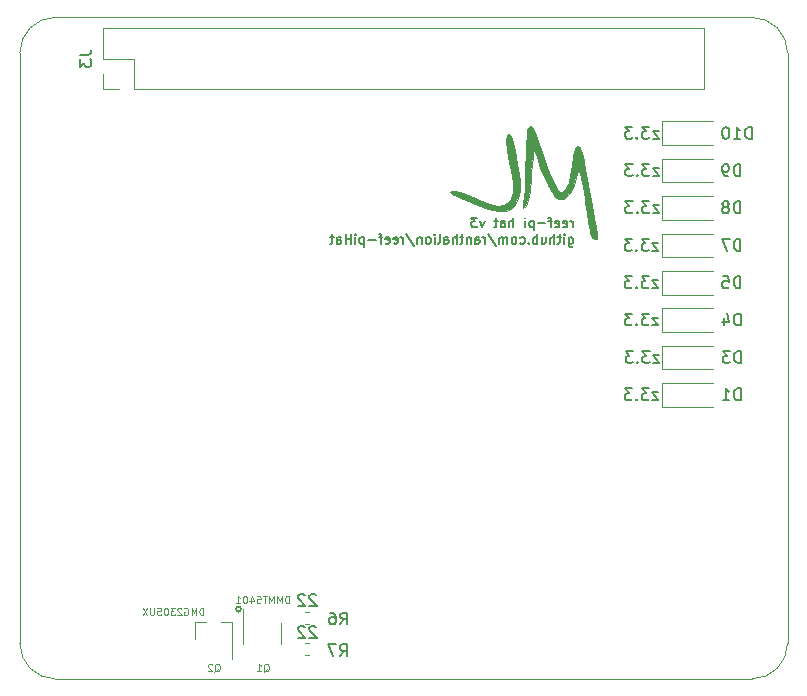
<source format=gbr>
%TF.GenerationSoftware,KiCad,Pcbnew,(5.0.1)-3*%
%TF.CreationDate,2019-03-06T13:22:50-05:00*%
%TF.ProjectId,reef-piHat,726565662D70694861742E6B69636164,rev?*%
%TF.SameCoordinates,Original*%
%TF.FileFunction,Legend,Bot*%
%TF.FilePolarity,Positive*%
%FSLAX46Y46*%
G04 Gerber Fmt 4.6, Leading zero omitted, Abs format (unit mm)*
G04 Created by KiCad (PCBNEW (5.0.1)-3) date 3/6/2019 1:22:50 PM*
%MOMM*%
%LPD*%
G01*
G04 APERTURE LIST*
%ADD10C,0.150000*%
%ADD11C,0.200000*%
%ADD12C,0.100000*%
%ADD13C,0.120000*%
%ADD14C,0.010000*%
%ADD15C,0.080000*%
G04 APERTURE END LIST*
D10*
X97269362Y-110911640D02*
G75*
G03X97269362Y-110911640I-208342J0D01*
G01*
D11*
X125358723Y-78559384D02*
X125358723Y-78026051D01*
X125358723Y-78178432D02*
X125320628Y-78102241D01*
X125282533Y-78064146D01*
X125206342Y-78026051D01*
X125130152Y-78026051D01*
X124558723Y-78521289D02*
X124634914Y-78559384D01*
X124787295Y-78559384D01*
X124863485Y-78521289D01*
X124901580Y-78445099D01*
X124901580Y-78140337D01*
X124863485Y-78064146D01*
X124787295Y-78026051D01*
X124634914Y-78026051D01*
X124558723Y-78064146D01*
X124520628Y-78140337D01*
X124520628Y-78216527D01*
X124901580Y-78292718D01*
X123873009Y-78521289D02*
X123949200Y-78559384D01*
X124101580Y-78559384D01*
X124177771Y-78521289D01*
X124215866Y-78445099D01*
X124215866Y-78140337D01*
X124177771Y-78064146D01*
X124101580Y-78026051D01*
X123949200Y-78026051D01*
X123873009Y-78064146D01*
X123834914Y-78140337D01*
X123834914Y-78216527D01*
X124215866Y-78292718D01*
X123606342Y-78026051D02*
X123301580Y-78026051D01*
X123492057Y-78559384D02*
X123492057Y-77873670D01*
X123453961Y-77797480D01*
X123377771Y-77759384D01*
X123301580Y-77759384D01*
X123034914Y-78254622D02*
X122425390Y-78254622D01*
X122044438Y-78026051D02*
X122044438Y-78826051D01*
X122044438Y-78064146D02*
X121968247Y-78026051D01*
X121815866Y-78026051D01*
X121739676Y-78064146D01*
X121701580Y-78102241D01*
X121663485Y-78178432D01*
X121663485Y-78407003D01*
X121701580Y-78483194D01*
X121739676Y-78521289D01*
X121815866Y-78559384D01*
X121968247Y-78559384D01*
X122044438Y-78521289D01*
X121320628Y-78559384D02*
X121320628Y-78026051D01*
X121320628Y-77759384D02*
X121358723Y-77797480D01*
X121320628Y-77835575D01*
X121282533Y-77797480D01*
X121320628Y-77759384D01*
X121320628Y-77835575D01*
X120330152Y-78559384D02*
X120330152Y-77759384D01*
X119987295Y-78559384D02*
X119987295Y-78140337D01*
X120025390Y-78064146D01*
X120101580Y-78026051D01*
X120215866Y-78026051D01*
X120292057Y-78064146D01*
X120330152Y-78102241D01*
X119263485Y-78559384D02*
X119263485Y-78140337D01*
X119301580Y-78064146D01*
X119377771Y-78026051D01*
X119530152Y-78026051D01*
X119606342Y-78064146D01*
X119263485Y-78521289D02*
X119339676Y-78559384D01*
X119530152Y-78559384D01*
X119606342Y-78521289D01*
X119644438Y-78445099D01*
X119644438Y-78368908D01*
X119606342Y-78292718D01*
X119530152Y-78254622D01*
X119339676Y-78254622D01*
X119263485Y-78216527D01*
X118996819Y-78026051D02*
X118692057Y-78026051D01*
X118882533Y-77759384D02*
X118882533Y-78445099D01*
X118844438Y-78521289D01*
X118768247Y-78559384D01*
X118692057Y-78559384D01*
X117892057Y-78026051D02*
X117701580Y-78559384D01*
X117511104Y-78026051D01*
X117282533Y-77759384D02*
X116787295Y-77759384D01*
X117053961Y-78064146D01*
X116939676Y-78064146D01*
X116863485Y-78102241D01*
X116825390Y-78140337D01*
X116787295Y-78216527D01*
X116787295Y-78407003D01*
X116825390Y-78483194D01*
X116863485Y-78521289D01*
X116939676Y-78559384D01*
X117168247Y-78559384D01*
X117244438Y-78521289D01*
X117282533Y-78483194D01*
X125015866Y-79426051D02*
X125015866Y-80073670D01*
X125053961Y-80149860D01*
X125092057Y-80187956D01*
X125168247Y-80226051D01*
X125282533Y-80226051D01*
X125358723Y-80187956D01*
X125015866Y-79921289D02*
X125092057Y-79959384D01*
X125244438Y-79959384D01*
X125320628Y-79921289D01*
X125358723Y-79883194D01*
X125396819Y-79807003D01*
X125396819Y-79578432D01*
X125358723Y-79502241D01*
X125320628Y-79464146D01*
X125244438Y-79426051D01*
X125092057Y-79426051D01*
X125015866Y-79464146D01*
X124634914Y-79959384D02*
X124634914Y-79426051D01*
X124634914Y-79159384D02*
X124673009Y-79197480D01*
X124634914Y-79235575D01*
X124596819Y-79197480D01*
X124634914Y-79159384D01*
X124634914Y-79235575D01*
X124368247Y-79426051D02*
X124063485Y-79426051D01*
X124253961Y-79159384D02*
X124253961Y-79845099D01*
X124215866Y-79921289D01*
X124139676Y-79959384D01*
X124063485Y-79959384D01*
X123796819Y-79959384D02*
X123796819Y-79159384D01*
X123453961Y-79959384D02*
X123453961Y-79540337D01*
X123492057Y-79464146D01*
X123568247Y-79426051D01*
X123682533Y-79426051D01*
X123758723Y-79464146D01*
X123796819Y-79502241D01*
X122730152Y-79426051D02*
X122730152Y-79959384D01*
X123073009Y-79426051D02*
X123073009Y-79845099D01*
X123034914Y-79921289D01*
X122958723Y-79959384D01*
X122844438Y-79959384D01*
X122768247Y-79921289D01*
X122730152Y-79883194D01*
X122349200Y-79959384D02*
X122349200Y-79159384D01*
X122349200Y-79464146D02*
X122273009Y-79426051D01*
X122120628Y-79426051D01*
X122044438Y-79464146D01*
X122006342Y-79502241D01*
X121968247Y-79578432D01*
X121968247Y-79807003D01*
X122006342Y-79883194D01*
X122044438Y-79921289D01*
X122120628Y-79959384D01*
X122273009Y-79959384D01*
X122349200Y-79921289D01*
X121625390Y-79883194D02*
X121587295Y-79921289D01*
X121625390Y-79959384D01*
X121663485Y-79921289D01*
X121625390Y-79883194D01*
X121625390Y-79959384D01*
X120901580Y-79921289D02*
X120977771Y-79959384D01*
X121130152Y-79959384D01*
X121206342Y-79921289D01*
X121244438Y-79883194D01*
X121282533Y-79807003D01*
X121282533Y-79578432D01*
X121244438Y-79502241D01*
X121206342Y-79464146D01*
X121130152Y-79426051D01*
X120977771Y-79426051D01*
X120901580Y-79464146D01*
X120444438Y-79959384D02*
X120520628Y-79921289D01*
X120558723Y-79883194D01*
X120596819Y-79807003D01*
X120596819Y-79578432D01*
X120558723Y-79502241D01*
X120520628Y-79464146D01*
X120444438Y-79426051D01*
X120330152Y-79426051D01*
X120253961Y-79464146D01*
X120215866Y-79502241D01*
X120177771Y-79578432D01*
X120177771Y-79807003D01*
X120215866Y-79883194D01*
X120253961Y-79921289D01*
X120330152Y-79959384D01*
X120444438Y-79959384D01*
X119834914Y-79959384D02*
X119834914Y-79426051D01*
X119834914Y-79502241D02*
X119796819Y-79464146D01*
X119720628Y-79426051D01*
X119606342Y-79426051D01*
X119530152Y-79464146D01*
X119492057Y-79540337D01*
X119492057Y-79959384D01*
X119492057Y-79540337D02*
X119453961Y-79464146D01*
X119377771Y-79426051D01*
X119263485Y-79426051D01*
X119187295Y-79464146D01*
X119149200Y-79540337D01*
X119149200Y-79959384D01*
X118196819Y-79121289D02*
X118882533Y-80149860D01*
X117930152Y-79959384D02*
X117930152Y-79426051D01*
X117930152Y-79578432D02*
X117892057Y-79502241D01*
X117853961Y-79464146D01*
X117777771Y-79426051D01*
X117701580Y-79426051D01*
X117092057Y-79959384D02*
X117092057Y-79540337D01*
X117130152Y-79464146D01*
X117206342Y-79426051D01*
X117358723Y-79426051D01*
X117434914Y-79464146D01*
X117092057Y-79921289D02*
X117168247Y-79959384D01*
X117358723Y-79959384D01*
X117434914Y-79921289D01*
X117473009Y-79845099D01*
X117473009Y-79768908D01*
X117434914Y-79692718D01*
X117358723Y-79654622D01*
X117168247Y-79654622D01*
X117092057Y-79616527D01*
X116711104Y-79426051D02*
X116711104Y-79959384D01*
X116711104Y-79502241D02*
X116673009Y-79464146D01*
X116596819Y-79426051D01*
X116482533Y-79426051D01*
X116406342Y-79464146D01*
X116368247Y-79540337D01*
X116368247Y-79959384D01*
X116101580Y-79426051D02*
X115796819Y-79426051D01*
X115987295Y-79159384D02*
X115987295Y-79845099D01*
X115949200Y-79921289D01*
X115873009Y-79959384D01*
X115796819Y-79959384D01*
X115530152Y-79959384D02*
X115530152Y-79159384D01*
X115187295Y-79959384D02*
X115187295Y-79540337D01*
X115225390Y-79464146D01*
X115301580Y-79426051D01*
X115415866Y-79426051D01*
X115492057Y-79464146D01*
X115530152Y-79502241D01*
X114463485Y-79959384D02*
X114463485Y-79540337D01*
X114501580Y-79464146D01*
X114577771Y-79426051D01*
X114730152Y-79426051D01*
X114806342Y-79464146D01*
X114463485Y-79921289D02*
X114539676Y-79959384D01*
X114730152Y-79959384D01*
X114806342Y-79921289D01*
X114844438Y-79845099D01*
X114844438Y-79768908D01*
X114806342Y-79692718D01*
X114730152Y-79654622D01*
X114539676Y-79654622D01*
X114463485Y-79616527D01*
X113968247Y-79959384D02*
X114044438Y-79921289D01*
X114082533Y-79845099D01*
X114082533Y-79159384D01*
X113663485Y-79959384D02*
X113663485Y-79426051D01*
X113663485Y-79159384D02*
X113701580Y-79197480D01*
X113663485Y-79235575D01*
X113625390Y-79197480D01*
X113663485Y-79159384D01*
X113663485Y-79235575D01*
X113168247Y-79959384D02*
X113244438Y-79921289D01*
X113282533Y-79883194D01*
X113320628Y-79807003D01*
X113320628Y-79578432D01*
X113282533Y-79502241D01*
X113244438Y-79464146D01*
X113168247Y-79426051D01*
X113053961Y-79426051D01*
X112977771Y-79464146D01*
X112939676Y-79502241D01*
X112901580Y-79578432D01*
X112901580Y-79807003D01*
X112939676Y-79883194D01*
X112977771Y-79921289D01*
X113053961Y-79959384D01*
X113168247Y-79959384D01*
X112558723Y-79426051D02*
X112558723Y-79959384D01*
X112558723Y-79502241D02*
X112520628Y-79464146D01*
X112444438Y-79426051D01*
X112330152Y-79426051D01*
X112253961Y-79464146D01*
X112215866Y-79540337D01*
X112215866Y-79959384D01*
X111263485Y-79121289D02*
X111949200Y-80149860D01*
X110996819Y-79959384D02*
X110996819Y-79426051D01*
X110996819Y-79578432D02*
X110958723Y-79502241D01*
X110920628Y-79464146D01*
X110844438Y-79426051D01*
X110768247Y-79426051D01*
X110196819Y-79921289D02*
X110273009Y-79959384D01*
X110425390Y-79959384D01*
X110501580Y-79921289D01*
X110539676Y-79845099D01*
X110539676Y-79540337D01*
X110501580Y-79464146D01*
X110425390Y-79426051D01*
X110273009Y-79426051D01*
X110196819Y-79464146D01*
X110158723Y-79540337D01*
X110158723Y-79616527D01*
X110539676Y-79692718D01*
X109511104Y-79921289D02*
X109587295Y-79959384D01*
X109739676Y-79959384D01*
X109815866Y-79921289D01*
X109853961Y-79845099D01*
X109853961Y-79540337D01*
X109815866Y-79464146D01*
X109739676Y-79426051D01*
X109587295Y-79426051D01*
X109511104Y-79464146D01*
X109473009Y-79540337D01*
X109473009Y-79616527D01*
X109853961Y-79692718D01*
X109244438Y-79426051D02*
X108939676Y-79426051D01*
X109130152Y-79959384D02*
X109130152Y-79273670D01*
X109092057Y-79197480D01*
X109015866Y-79159384D01*
X108939676Y-79159384D01*
X108673009Y-79654622D02*
X108063485Y-79654622D01*
X107682533Y-79426051D02*
X107682533Y-80226051D01*
X107682533Y-79464146D02*
X107606342Y-79426051D01*
X107453961Y-79426051D01*
X107377771Y-79464146D01*
X107339676Y-79502241D01*
X107301580Y-79578432D01*
X107301580Y-79807003D01*
X107339676Y-79883194D01*
X107377771Y-79921289D01*
X107453961Y-79959384D01*
X107606342Y-79959384D01*
X107682533Y-79921289D01*
X106958723Y-79959384D02*
X106958723Y-79426051D01*
X106958723Y-79159384D02*
X106996819Y-79197480D01*
X106958723Y-79235575D01*
X106920628Y-79197480D01*
X106958723Y-79159384D01*
X106958723Y-79235575D01*
X106577771Y-79959384D02*
X106577771Y-79159384D01*
X106577771Y-79540337D02*
X106120628Y-79540337D01*
X106120628Y-79959384D02*
X106120628Y-79159384D01*
X105396819Y-79959384D02*
X105396819Y-79540337D01*
X105434914Y-79464146D01*
X105511104Y-79426051D01*
X105663485Y-79426051D01*
X105739676Y-79464146D01*
X105396819Y-79921289D02*
X105473009Y-79959384D01*
X105663485Y-79959384D01*
X105739676Y-79921289D01*
X105777771Y-79845099D01*
X105777771Y-79768908D01*
X105739676Y-79692718D01*
X105663485Y-79654622D01*
X105473009Y-79654622D01*
X105396819Y-79616527D01*
X105130152Y-79426051D02*
X104825390Y-79426051D01*
X105015866Y-79159384D02*
X105015866Y-79845099D01*
X104977771Y-79921289D01*
X104901580Y-79959384D01*
X104825390Y-79959384D01*
D12*
X78546356Y-63817611D02*
X78546356Y-113817611D01*
X78546356Y-63817611D02*
G75*
G02X81546356Y-60817611I3000000J0D01*
G01*
X140546356Y-60817611D02*
X81546356Y-60817611D01*
X140546356Y-60817611D02*
G75*
G02X143546356Y-63817611I0J-3000000D01*
G01*
X143546356Y-113817611D02*
X143546356Y-63817611D01*
X81546356Y-116817611D02*
G75*
G02X78546356Y-113817611I0J3000000D01*
G01*
X81546356Y-116817611D02*
X140546356Y-116817611D01*
X143546351Y-113822847D02*
G75*
G02X140546356Y-116817611I-2999995J5236D01*
G01*
D13*
X100667500Y-112080460D02*
X100667500Y-113880460D01*
X97447500Y-113880460D02*
X97447500Y-110930460D01*
X85590000Y-61720000D02*
X85590000Y-64320000D01*
X85590000Y-61720000D02*
X136510000Y-61720000D01*
X136510000Y-61720000D02*
X136510000Y-66920000D01*
X88190000Y-66920000D02*
X136510000Y-66920000D01*
X88190000Y-64320000D02*
X88190000Y-66920000D01*
X85590000Y-64320000D02*
X88190000Y-64320000D01*
X85590000Y-66920000D02*
X86920000Y-66920000D01*
X85590000Y-65590000D02*
X85590000Y-66920000D01*
X93377900Y-111988060D02*
X94307900Y-111988060D01*
X96537900Y-111988060D02*
X95607900Y-111988060D01*
X96537900Y-111988060D02*
X96537900Y-115148060D01*
X93377900Y-111988060D02*
X93377900Y-113448060D01*
X102697433Y-111120460D02*
X103039967Y-111120460D01*
X102697433Y-112140460D02*
X103039967Y-112140460D01*
X102686033Y-114832860D02*
X103028567Y-114832860D01*
X102686033Y-113812860D02*
X103028567Y-113812860D01*
X132905720Y-91781120D02*
X137205720Y-91781120D01*
X132905720Y-93781120D02*
X132905720Y-91781120D01*
X137205720Y-93781120D02*
X132905720Y-93781120D01*
X132905720Y-88614826D02*
X137205720Y-88614826D01*
X132905720Y-90614826D02*
X132905720Y-88614826D01*
X137205720Y-90614826D02*
X132905720Y-90614826D01*
X137205720Y-87448535D02*
X132905720Y-87448535D01*
X132905720Y-87448535D02*
X132905720Y-85448535D01*
X132905720Y-85448535D02*
X137205720Y-85448535D01*
X137205720Y-84282244D02*
X132905720Y-84282244D01*
X132905720Y-84282244D02*
X132905720Y-82282244D01*
X132905720Y-82282244D02*
X137205720Y-82282244D01*
X132905720Y-79115953D02*
X137205720Y-79115953D01*
X132905720Y-81115953D02*
X132905720Y-79115953D01*
X137205720Y-81115953D02*
X132905720Y-81115953D01*
X137205720Y-77949662D02*
X132905720Y-77949662D01*
X132905720Y-77949662D02*
X132905720Y-75949662D01*
X132905720Y-75949662D02*
X137205720Y-75949662D01*
X132905720Y-72783371D02*
X137205720Y-72783371D01*
X132905720Y-74783371D02*
X132905720Y-72783371D01*
X137205720Y-74783371D02*
X132905720Y-74783371D01*
X137205720Y-71617080D02*
X132905720Y-71617080D01*
X132905720Y-71617080D02*
X132905720Y-69617080D01*
X132905720Y-69617080D02*
X137205720Y-69617080D01*
D14*
G36*
X119776105Y-70856706D02*
X119742641Y-71318579D01*
X119817248Y-72072558D01*
X119999025Y-73105708D01*
X120128919Y-73718862D01*
X120301509Y-74846292D01*
X120262543Y-75713910D01*
X120012260Y-76321058D01*
X119550904Y-76667079D01*
X119014255Y-76755503D01*
X118644250Y-76686799D01*
X118083284Y-76505098D01*
X117441723Y-76247016D01*
X117327511Y-76195873D01*
X116468360Y-75832022D01*
X115772984Y-75592557D01*
X115280320Y-75487680D01*
X115029306Y-75527591D01*
X115005278Y-75587504D01*
X115142338Y-75777216D01*
X115299649Y-75857314D01*
X115576354Y-75965044D01*
X116077505Y-76171740D01*
X116718942Y-76442423D01*
X117108221Y-76608988D01*
X118189623Y-77020388D01*
X119044374Y-77221202D01*
X119704203Y-77216300D01*
X120109450Y-77069633D01*
X120445447Y-76715333D01*
X120715460Y-76140015D01*
X120873175Y-75458511D01*
X120895428Y-75120840D01*
X120864373Y-74695472D01*
X120778209Y-74038453D01*
X120651007Y-73247367D01*
X120530844Y-72592258D01*
X120344594Y-71703242D01*
X120186264Y-71114305D01*
X120044828Y-70791365D01*
X119918541Y-70699874D01*
X119776105Y-70856706D01*
X119776105Y-70856706D01*
G37*
X119776105Y-70856706D02*
X119742641Y-71318579D01*
X119817248Y-72072558D01*
X119999025Y-73105708D01*
X120128919Y-73718862D01*
X120301509Y-74846292D01*
X120262543Y-75713910D01*
X120012260Y-76321058D01*
X119550904Y-76667079D01*
X119014255Y-76755503D01*
X118644250Y-76686799D01*
X118083284Y-76505098D01*
X117441723Y-76247016D01*
X117327511Y-76195873D01*
X116468360Y-75832022D01*
X115772984Y-75592557D01*
X115280320Y-75487680D01*
X115029306Y-75527591D01*
X115005278Y-75587504D01*
X115142338Y-75777216D01*
X115299649Y-75857314D01*
X115576354Y-75965044D01*
X116077505Y-76171740D01*
X116718942Y-76442423D01*
X117108221Y-76608988D01*
X118189623Y-77020388D01*
X119044374Y-77221202D01*
X119704203Y-77216300D01*
X120109450Y-77069633D01*
X120445447Y-76715333D01*
X120715460Y-76140015D01*
X120873175Y-75458511D01*
X120895428Y-75120840D01*
X120864373Y-74695472D01*
X120778209Y-74038453D01*
X120651007Y-73247367D01*
X120530844Y-72592258D01*
X120344594Y-71703242D01*
X120186264Y-71114305D01*
X120044828Y-70791365D01*
X119918541Y-70699874D01*
X119776105Y-70856706D01*
G36*
X121676919Y-70059801D02*
X121579656Y-70185463D01*
X121506158Y-70445016D01*
X121451110Y-70879465D01*
X121409199Y-71529814D01*
X121375111Y-72437068D01*
X121345484Y-73559477D01*
X121315875Y-74510792D01*
X121276268Y-75358542D01*
X121230662Y-76039182D01*
X121183054Y-76489165D01*
X121152303Y-76629344D01*
X121115420Y-76869499D01*
X121184122Y-76923715D01*
X121413038Y-76758935D01*
X121601345Y-76274186D01*
X121745680Y-75483853D01*
X121842683Y-74402324D01*
X121862103Y-74022060D01*
X121904651Y-73251730D01*
X121956603Y-72621778D01*
X122011338Y-72197855D01*
X122061469Y-72045569D01*
X122162834Y-72193609D01*
X122301380Y-72573724D01*
X122394799Y-72904000D01*
X122604621Y-73564918D01*
X122896229Y-74280819D01*
X123230287Y-74975307D01*
X123567457Y-75571985D01*
X123868402Y-75994457D01*
X124072116Y-76161491D01*
X124473825Y-76193607D01*
X124646015Y-76155554D01*
X124964824Y-75892581D01*
X125285528Y-75401620D01*
X125550487Y-74785797D01*
X125676520Y-74311724D01*
X125762799Y-73960202D01*
X125852256Y-73843758D01*
X125951316Y-73981022D01*
X126066404Y-74390624D01*
X126203947Y-75091194D01*
X126370367Y-76101362D01*
X126432315Y-76503185D01*
X126568386Y-77385633D01*
X126693079Y-78174300D01*
X126794701Y-78796629D01*
X126861557Y-79180061D01*
X126872864Y-79236629D01*
X127021460Y-79503255D01*
X127243784Y-79616618D01*
X127419883Y-79541972D01*
X127453596Y-79404841D01*
X127422776Y-79144935D01*
X127333636Y-78588050D01*
X127192060Y-77767443D01*
X127003935Y-76716376D01*
X126775147Y-75468108D01*
X126511581Y-74055899D01*
X126436847Y-73659425D01*
X126286952Y-72937207D01*
X126136871Y-72334902D01*
X126007965Y-71932747D01*
X125946485Y-71817505D01*
X125718856Y-71727967D01*
X125529436Y-71957860D01*
X125375900Y-72512414D01*
X125259133Y-73364744D01*
X125150392Y-74226360D01*
X125012626Y-74826679D01*
X124820860Y-75240803D01*
X124550116Y-75543832D01*
X124528352Y-75562168D01*
X124280275Y-75592444D01*
X123987601Y-75305120D01*
X123648438Y-74696682D01*
X123260894Y-73763614D01*
X122823075Y-72502401D01*
X122737720Y-72236924D01*
X122406363Y-71248480D01*
X122131745Y-70540591D01*
X121920972Y-70130061D01*
X121803260Y-70027026D01*
X121676919Y-70059801D01*
X121676919Y-70059801D01*
G37*
X121676919Y-70059801D02*
X121579656Y-70185463D01*
X121506158Y-70445016D01*
X121451110Y-70879465D01*
X121409199Y-71529814D01*
X121375111Y-72437068D01*
X121345484Y-73559477D01*
X121315875Y-74510792D01*
X121276268Y-75358542D01*
X121230662Y-76039182D01*
X121183054Y-76489165D01*
X121152303Y-76629344D01*
X121115420Y-76869499D01*
X121184122Y-76923715D01*
X121413038Y-76758935D01*
X121601345Y-76274186D01*
X121745680Y-75483853D01*
X121842683Y-74402324D01*
X121862103Y-74022060D01*
X121904651Y-73251730D01*
X121956603Y-72621778D01*
X122011338Y-72197855D01*
X122061469Y-72045569D01*
X122162834Y-72193609D01*
X122301380Y-72573724D01*
X122394799Y-72904000D01*
X122604621Y-73564918D01*
X122896229Y-74280819D01*
X123230287Y-74975307D01*
X123567457Y-75571985D01*
X123868402Y-75994457D01*
X124072116Y-76161491D01*
X124473825Y-76193607D01*
X124646015Y-76155554D01*
X124964824Y-75892581D01*
X125285528Y-75401620D01*
X125550487Y-74785797D01*
X125676520Y-74311724D01*
X125762799Y-73960202D01*
X125852256Y-73843758D01*
X125951316Y-73981022D01*
X126066404Y-74390624D01*
X126203947Y-75091194D01*
X126370367Y-76101362D01*
X126432315Y-76503185D01*
X126568386Y-77385633D01*
X126693079Y-78174300D01*
X126794701Y-78796629D01*
X126861557Y-79180061D01*
X126872864Y-79236629D01*
X127021460Y-79503255D01*
X127243784Y-79616618D01*
X127419883Y-79541972D01*
X127453596Y-79404841D01*
X127422776Y-79144935D01*
X127333636Y-78588050D01*
X127192060Y-77767443D01*
X127003935Y-76716376D01*
X126775147Y-75468108D01*
X126511581Y-74055899D01*
X126436847Y-73659425D01*
X126286952Y-72937207D01*
X126136871Y-72334902D01*
X126007965Y-71932747D01*
X125946485Y-71817505D01*
X125718856Y-71727967D01*
X125529436Y-71957860D01*
X125375900Y-72512414D01*
X125259133Y-73364744D01*
X125150392Y-74226360D01*
X125012626Y-74826679D01*
X124820860Y-75240803D01*
X124550116Y-75543832D01*
X124528352Y-75562168D01*
X124280275Y-75592444D01*
X123987601Y-75305120D01*
X123648438Y-74696682D01*
X123260894Y-73763614D01*
X122823075Y-72502401D01*
X122737720Y-72236924D01*
X122406363Y-71248480D01*
X122131745Y-70540591D01*
X121920972Y-70130061D01*
X121803260Y-70027026D01*
X121676919Y-70059801D01*
D15*
X99193342Y-116200831D02*
X99250485Y-116172260D01*
X99307628Y-116115117D01*
X99393342Y-116029402D01*
X99450485Y-116000831D01*
X99507628Y-116000831D01*
X99479057Y-116143688D02*
X99536200Y-116115117D01*
X99593342Y-116057974D01*
X99621914Y-115943688D01*
X99621914Y-115743688D01*
X99593342Y-115629402D01*
X99536200Y-115572260D01*
X99479057Y-115543688D01*
X99364771Y-115543688D01*
X99307628Y-115572260D01*
X99250485Y-115629402D01*
X99221914Y-115743688D01*
X99221914Y-115943688D01*
X99250485Y-116057974D01*
X99307628Y-116115117D01*
X99364771Y-116143688D01*
X99479057Y-116143688D01*
X98650485Y-116143688D02*
X98993342Y-116143688D01*
X98821914Y-116143688D02*
X98821914Y-115543688D01*
X98879057Y-115629402D01*
X98936200Y-115686545D01*
X98993342Y-115715117D01*
X101335285Y-110394388D02*
X101335285Y-109794388D01*
X101192428Y-109794388D01*
X101106714Y-109822960D01*
X101049571Y-109880102D01*
X101021000Y-109937245D01*
X100992428Y-110051531D01*
X100992428Y-110137245D01*
X101021000Y-110251531D01*
X101049571Y-110308674D01*
X101106714Y-110365817D01*
X101192428Y-110394388D01*
X101335285Y-110394388D01*
X100735285Y-110394388D02*
X100735285Y-109794388D01*
X100535285Y-110222960D01*
X100335285Y-109794388D01*
X100335285Y-110394388D01*
X100049571Y-110394388D02*
X100049571Y-109794388D01*
X99849571Y-110222960D01*
X99649571Y-109794388D01*
X99649571Y-110394388D01*
X99449571Y-109794388D02*
X99106714Y-109794388D01*
X99278142Y-110394388D02*
X99278142Y-109794388D01*
X98621000Y-109794388D02*
X98906714Y-109794388D01*
X98935285Y-110080102D01*
X98906714Y-110051531D01*
X98849571Y-110022960D01*
X98706714Y-110022960D01*
X98649571Y-110051531D01*
X98621000Y-110080102D01*
X98592428Y-110137245D01*
X98592428Y-110280102D01*
X98621000Y-110337245D01*
X98649571Y-110365817D01*
X98706714Y-110394388D01*
X98849571Y-110394388D01*
X98906714Y-110365817D01*
X98935285Y-110337245D01*
X98078142Y-109994388D02*
X98078142Y-110394388D01*
X98221000Y-109765817D02*
X98363857Y-110194388D01*
X97992428Y-110194388D01*
X97649571Y-109794388D02*
X97592428Y-109794388D01*
X97535285Y-109822960D01*
X97506714Y-109851531D01*
X97478142Y-109908674D01*
X97449571Y-110022960D01*
X97449571Y-110165817D01*
X97478142Y-110280102D01*
X97506714Y-110337245D01*
X97535285Y-110365817D01*
X97592428Y-110394388D01*
X97649571Y-110394388D01*
X97706714Y-110365817D01*
X97735285Y-110337245D01*
X97763857Y-110280102D01*
X97792428Y-110165817D01*
X97792428Y-110022960D01*
X97763857Y-109908674D01*
X97735285Y-109851531D01*
X97706714Y-109822960D01*
X97649571Y-109794388D01*
X96878142Y-110394388D02*
X97221000Y-110394388D01*
X97049571Y-110394388D02*
X97049571Y-109794388D01*
X97106714Y-109880102D01*
X97163857Y-109937245D01*
X97221000Y-109965817D01*
D10*
X83602380Y-63986666D02*
X84316666Y-63986666D01*
X84459523Y-63939047D01*
X84554761Y-63843809D01*
X84602380Y-63700952D01*
X84602380Y-63605714D01*
X83602380Y-64367619D02*
X83602380Y-64986666D01*
X83983333Y-64653333D01*
X83983333Y-64796190D01*
X84030952Y-64891428D01*
X84078571Y-64939047D01*
X84173809Y-64986666D01*
X84411904Y-64986666D01*
X84507142Y-64939047D01*
X84554761Y-64891428D01*
X84602380Y-64796190D01*
X84602380Y-64510476D01*
X84554761Y-64415238D01*
X84507142Y-64367619D01*
D15*
X95027742Y-116213531D02*
X95084885Y-116184960D01*
X95142028Y-116127817D01*
X95227742Y-116042102D01*
X95284885Y-116013531D01*
X95342028Y-116013531D01*
X95313457Y-116156388D02*
X95370600Y-116127817D01*
X95427742Y-116070674D01*
X95456314Y-115956388D01*
X95456314Y-115756388D01*
X95427742Y-115642102D01*
X95370600Y-115584960D01*
X95313457Y-115556388D01*
X95199171Y-115556388D01*
X95142028Y-115584960D01*
X95084885Y-115642102D01*
X95056314Y-115756388D01*
X95056314Y-115956388D01*
X95084885Y-116070674D01*
X95142028Y-116127817D01*
X95199171Y-116156388D01*
X95313457Y-116156388D01*
X94827742Y-115613531D02*
X94799171Y-115584960D01*
X94742028Y-115556388D01*
X94599171Y-115556388D01*
X94542028Y-115584960D01*
X94513457Y-115613531D01*
X94484885Y-115670674D01*
X94484885Y-115727817D01*
X94513457Y-115813531D01*
X94856314Y-116156388D01*
X94484885Y-116156388D01*
X94084457Y-111419288D02*
X94084457Y-110819288D01*
X93941600Y-110819288D01*
X93855885Y-110847860D01*
X93798742Y-110905002D01*
X93770171Y-110962145D01*
X93741600Y-111076431D01*
X93741600Y-111162145D01*
X93770171Y-111276431D01*
X93798742Y-111333574D01*
X93855885Y-111390717D01*
X93941600Y-111419288D01*
X94084457Y-111419288D01*
X93484457Y-111419288D02*
X93484457Y-110819288D01*
X93284457Y-111247860D01*
X93084457Y-110819288D01*
X93084457Y-111419288D01*
X92484457Y-110847860D02*
X92541600Y-110819288D01*
X92627314Y-110819288D01*
X92713028Y-110847860D01*
X92770171Y-110905002D01*
X92798742Y-110962145D01*
X92827314Y-111076431D01*
X92827314Y-111162145D01*
X92798742Y-111276431D01*
X92770171Y-111333574D01*
X92713028Y-111390717D01*
X92627314Y-111419288D01*
X92570171Y-111419288D01*
X92484457Y-111390717D01*
X92455885Y-111362145D01*
X92455885Y-111162145D01*
X92570171Y-111162145D01*
X92227314Y-110876431D02*
X92198742Y-110847860D01*
X92141600Y-110819288D01*
X91998742Y-110819288D01*
X91941600Y-110847860D01*
X91913028Y-110876431D01*
X91884457Y-110933574D01*
X91884457Y-110990717D01*
X91913028Y-111076431D01*
X92255885Y-111419288D01*
X91884457Y-111419288D01*
X91684457Y-110819288D02*
X91313028Y-110819288D01*
X91513028Y-111047860D01*
X91427314Y-111047860D01*
X91370171Y-111076431D01*
X91341600Y-111105002D01*
X91313028Y-111162145D01*
X91313028Y-111305002D01*
X91341600Y-111362145D01*
X91370171Y-111390717D01*
X91427314Y-111419288D01*
X91598742Y-111419288D01*
X91655885Y-111390717D01*
X91684457Y-111362145D01*
X90941600Y-110819288D02*
X90884457Y-110819288D01*
X90827314Y-110847860D01*
X90798742Y-110876431D01*
X90770171Y-110933574D01*
X90741600Y-111047860D01*
X90741600Y-111190717D01*
X90770171Y-111305002D01*
X90798742Y-111362145D01*
X90827314Y-111390717D01*
X90884457Y-111419288D01*
X90941600Y-111419288D01*
X90998742Y-111390717D01*
X91027314Y-111362145D01*
X91055885Y-111305002D01*
X91084457Y-111190717D01*
X91084457Y-111047860D01*
X91055885Y-110933574D01*
X91027314Y-110876431D01*
X90998742Y-110847860D01*
X90941600Y-110819288D01*
X90198742Y-110819288D02*
X90484457Y-110819288D01*
X90513028Y-111105002D01*
X90484457Y-111076431D01*
X90427314Y-111047860D01*
X90284457Y-111047860D01*
X90227314Y-111076431D01*
X90198742Y-111105002D01*
X90170171Y-111162145D01*
X90170171Y-111305002D01*
X90198742Y-111362145D01*
X90227314Y-111390717D01*
X90284457Y-111419288D01*
X90427314Y-111419288D01*
X90484457Y-111390717D01*
X90513028Y-111362145D01*
X89913028Y-110819288D02*
X89913028Y-111305002D01*
X89884457Y-111362145D01*
X89855885Y-111390717D01*
X89798742Y-111419288D01*
X89684457Y-111419288D01*
X89627314Y-111390717D01*
X89598742Y-111362145D01*
X89570171Y-111305002D01*
X89570171Y-110819288D01*
X89341600Y-110819288D02*
X88941600Y-111419288D01*
X88941600Y-110819288D02*
X89341600Y-111419288D01*
D10*
X105688366Y-112209840D02*
X106021700Y-111733650D01*
X106259795Y-112209840D02*
X106259795Y-111209840D01*
X105878842Y-111209840D01*
X105783604Y-111257460D01*
X105735985Y-111305079D01*
X105688366Y-111400317D01*
X105688366Y-111543174D01*
X105735985Y-111638412D01*
X105783604Y-111686031D01*
X105878842Y-111733650D01*
X106259795Y-111733650D01*
X104831223Y-111209840D02*
X105021700Y-111209840D01*
X105116938Y-111257460D01*
X105164557Y-111305079D01*
X105259795Y-111447936D01*
X105307414Y-111638412D01*
X105307414Y-112019364D01*
X105259795Y-112114602D01*
X105212176Y-112162221D01*
X105116938Y-112209840D01*
X104926461Y-112209840D01*
X104831223Y-112162221D01*
X104783604Y-112114602D01*
X104735985Y-112019364D01*
X104735985Y-111781269D01*
X104783604Y-111686031D01*
X104831223Y-111638412D01*
X104926461Y-111590793D01*
X105116938Y-111590793D01*
X105212176Y-111638412D01*
X105259795Y-111686031D01*
X105307414Y-111781269D01*
X103630604Y-109748079D02*
X103582985Y-109700460D01*
X103487747Y-109652840D01*
X103249652Y-109652840D01*
X103154414Y-109700460D01*
X103106795Y-109748079D01*
X103059176Y-109843317D01*
X103059176Y-109938555D01*
X103106795Y-110081412D01*
X103678223Y-110652840D01*
X103059176Y-110652840D01*
X102678223Y-109748079D02*
X102630604Y-109700460D01*
X102535366Y-109652840D01*
X102297271Y-109652840D01*
X102202033Y-109700460D01*
X102154414Y-109748079D01*
X102106795Y-109843317D01*
X102106795Y-109938555D01*
X102154414Y-110081412D01*
X102725842Y-110652840D01*
X102106795Y-110652840D01*
X105641466Y-114902240D02*
X105974800Y-114426050D01*
X106212895Y-114902240D02*
X106212895Y-113902240D01*
X105831942Y-113902240D01*
X105736704Y-113949860D01*
X105689085Y-113997479D01*
X105641466Y-114092717D01*
X105641466Y-114235574D01*
X105689085Y-114330812D01*
X105736704Y-114378431D01*
X105831942Y-114426050D01*
X106212895Y-114426050D01*
X105308133Y-113902240D02*
X104641466Y-113902240D01*
X105070038Y-114902240D01*
X103619204Y-112440479D02*
X103571585Y-112392860D01*
X103476347Y-112345240D01*
X103238252Y-112345240D01*
X103143014Y-112392860D01*
X103095395Y-112440479D01*
X103047776Y-112535717D01*
X103047776Y-112630955D01*
X103095395Y-112773812D01*
X103666823Y-113345240D01*
X103047776Y-113345240D01*
X102666823Y-112440479D02*
X102619204Y-112392860D01*
X102523966Y-112345240D01*
X102285871Y-112345240D01*
X102190633Y-112392860D01*
X102143014Y-112440479D01*
X102095395Y-112535717D01*
X102095395Y-112630955D01*
X102143014Y-112773812D01*
X102714442Y-113345240D01*
X102095395Y-113345240D01*
X139574615Y-93233500D02*
X139574615Y-92233500D01*
X139336520Y-92233500D01*
X139193662Y-92281120D01*
X139098424Y-92376358D01*
X139050805Y-92471596D01*
X139003186Y-92662072D01*
X139003186Y-92804929D01*
X139050805Y-92995405D01*
X139098424Y-93090643D01*
X139193662Y-93185881D01*
X139336520Y-93233500D01*
X139574615Y-93233500D01*
X138050805Y-93233500D02*
X138622234Y-93233500D01*
X138336520Y-93233500D02*
X138336520Y-92233500D01*
X138431758Y-92376358D01*
X138526996Y-92471596D01*
X138622234Y-92519215D01*
X132618100Y-92566834D02*
X132094291Y-92566834D01*
X132618100Y-93233500D01*
X132094291Y-93233500D01*
X131808577Y-92233500D02*
X131189529Y-92233500D01*
X131522862Y-92614453D01*
X131380005Y-92614453D01*
X131284767Y-92662072D01*
X131237148Y-92709691D01*
X131189529Y-92804929D01*
X131189529Y-93043024D01*
X131237148Y-93138262D01*
X131284767Y-93185881D01*
X131380005Y-93233500D01*
X131665720Y-93233500D01*
X131760958Y-93185881D01*
X131808577Y-93138262D01*
X130760958Y-93138262D02*
X130713339Y-93185881D01*
X130760958Y-93233500D01*
X130808577Y-93185881D01*
X130760958Y-93138262D01*
X130760958Y-93233500D01*
X130380005Y-92233500D02*
X129760958Y-92233500D01*
X130094291Y-92614453D01*
X129951434Y-92614453D01*
X129856196Y-92662072D01*
X129808577Y-92709691D01*
X129760958Y-92804929D01*
X129760958Y-93043024D01*
X129808577Y-93138262D01*
X129856196Y-93185881D01*
X129951434Y-93233500D01*
X130237148Y-93233500D01*
X130332386Y-93185881D01*
X130380005Y-93138262D01*
X139569415Y-90067206D02*
X139569415Y-89067206D01*
X139331320Y-89067206D01*
X139188462Y-89114826D01*
X139093224Y-89210064D01*
X139045605Y-89305302D01*
X138997986Y-89495778D01*
X138997986Y-89638635D01*
X139045605Y-89829111D01*
X139093224Y-89924349D01*
X139188462Y-90019587D01*
X139331320Y-90067206D01*
X139569415Y-90067206D01*
X138664653Y-89067206D02*
X138045605Y-89067206D01*
X138378939Y-89448159D01*
X138236081Y-89448159D01*
X138140843Y-89495778D01*
X138093224Y-89543397D01*
X138045605Y-89638635D01*
X138045605Y-89876730D01*
X138093224Y-89971968D01*
X138140843Y-90019587D01*
X138236081Y-90067206D01*
X138521796Y-90067206D01*
X138617034Y-90019587D01*
X138664653Y-89971968D01*
X132689100Y-89400540D02*
X132165291Y-89400540D01*
X132689100Y-90067206D01*
X132165291Y-90067206D01*
X131879577Y-89067206D02*
X131260529Y-89067206D01*
X131593862Y-89448159D01*
X131451005Y-89448159D01*
X131355767Y-89495778D01*
X131308148Y-89543397D01*
X131260529Y-89638635D01*
X131260529Y-89876730D01*
X131308148Y-89971968D01*
X131355767Y-90019587D01*
X131451005Y-90067206D01*
X131736720Y-90067206D01*
X131831958Y-90019587D01*
X131879577Y-89971968D01*
X130831958Y-89971968D02*
X130784339Y-90019587D01*
X130831958Y-90067206D01*
X130879577Y-90019587D01*
X130831958Y-89971968D01*
X130831958Y-90067206D01*
X130451005Y-89067206D02*
X129831958Y-89067206D01*
X130165291Y-89448159D01*
X130022434Y-89448159D01*
X129927196Y-89495778D01*
X129879577Y-89543397D01*
X129831958Y-89638635D01*
X129831958Y-89876730D01*
X129879577Y-89971968D01*
X129927196Y-90019587D01*
X130022434Y-90067206D01*
X130308148Y-90067206D01*
X130403386Y-90019587D01*
X130451005Y-89971968D01*
X139569415Y-86900915D02*
X139569415Y-85900915D01*
X139331320Y-85900915D01*
X139188462Y-85948535D01*
X139093224Y-86043773D01*
X139045605Y-86139011D01*
X138997986Y-86329487D01*
X138997986Y-86472344D01*
X139045605Y-86662820D01*
X139093224Y-86758058D01*
X139188462Y-86853296D01*
X139331320Y-86900915D01*
X139569415Y-86900915D01*
X138140843Y-86234249D02*
X138140843Y-86900915D01*
X138378939Y-85853296D02*
X138617034Y-86567582D01*
X137997986Y-86567582D01*
X132612900Y-86234249D02*
X132089091Y-86234249D01*
X132612900Y-86900915D01*
X132089091Y-86900915D01*
X131803377Y-85900915D02*
X131184329Y-85900915D01*
X131517662Y-86281868D01*
X131374805Y-86281868D01*
X131279567Y-86329487D01*
X131231948Y-86377106D01*
X131184329Y-86472344D01*
X131184329Y-86710439D01*
X131231948Y-86805677D01*
X131279567Y-86853296D01*
X131374805Y-86900915D01*
X131660520Y-86900915D01*
X131755758Y-86853296D01*
X131803377Y-86805677D01*
X130755758Y-86805677D02*
X130708139Y-86853296D01*
X130755758Y-86900915D01*
X130803377Y-86853296D01*
X130755758Y-86805677D01*
X130755758Y-86900915D01*
X130374805Y-85900915D02*
X129755758Y-85900915D01*
X130089091Y-86281868D01*
X129946234Y-86281868D01*
X129850996Y-86329487D01*
X129803377Y-86377106D01*
X129755758Y-86472344D01*
X129755758Y-86710439D01*
X129803377Y-86805677D01*
X129850996Y-86853296D01*
X129946234Y-86900915D01*
X130231948Y-86900915D01*
X130327186Y-86853296D01*
X130374805Y-86805677D01*
X139546615Y-83734624D02*
X139546615Y-82734624D01*
X139308520Y-82734624D01*
X139165662Y-82782244D01*
X139070424Y-82877482D01*
X139022805Y-82972720D01*
X138975186Y-83163196D01*
X138975186Y-83306053D01*
X139022805Y-83496529D01*
X139070424Y-83591767D01*
X139165662Y-83687005D01*
X139308520Y-83734624D01*
X139546615Y-83734624D01*
X138070424Y-82734624D02*
X138546615Y-82734624D01*
X138594234Y-83210815D01*
X138546615Y-83163196D01*
X138451377Y-83115577D01*
X138213281Y-83115577D01*
X138118043Y-83163196D01*
X138070424Y-83210815D01*
X138022805Y-83306053D01*
X138022805Y-83544148D01*
X138070424Y-83639386D01*
X138118043Y-83687005D01*
X138213281Y-83734624D01*
X138451377Y-83734624D01*
X138546615Y-83687005D01*
X138594234Y-83639386D01*
X132615500Y-83067958D02*
X132091691Y-83067958D01*
X132615500Y-83734624D01*
X132091691Y-83734624D01*
X131805977Y-82734624D02*
X131186929Y-82734624D01*
X131520262Y-83115577D01*
X131377405Y-83115577D01*
X131282167Y-83163196D01*
X131234548Y-83210815D01*
X131186929Y-83306053D01*
X131186929Y-83544148D01*
X131234548Y-83639386D01*
X131282167Y-83687005D01*
X131377405Y-83734624D01*
X131663120Y-83734624D01*
X131758358Y-83687005D01*
X131805977Y-83639386D01*
X130758358Y-83639386D02*
X130710739Y-83687005D01*
X130758358Y-83734624D01*
X130805977Y-83687005D01*
X130758358Y-83639386D01*
X130758358Y-83734624D01*
X130377405Y-82734624D02*
X129758358Y-82734624D01*
X130091691Y-83115577D01*
X129948834Y-83115577D01*
X129853596Y-83163196D01*
X129805977Y-83210815D01*
X129758358Y-83306053D01*
X129758358Y-83544148D01*
X129805977Y-83639386D01*
X129853596Y-83687005D01*
X129948834Y-83734624D01*
X130234548Y-83734624D01*
X130329786Y-83687005D01*
X130377405Y-83639386D01*
X139544015Y-80568333D02*
X139544015Y-79568333D01*
X139305920Y-79568333D01*
X139163062Y-79615953D01*
X139067824Y-79711191D01*
X139020205Y-79806429D01*
X138972586Y-79996905D01*
X138972586Y-80139762D01*
X139020205Y-80330238D01*
X139067824Y-80425476D01*
X139163062Y-80520714D01*
X139305920Y-80568333D01*
X139544015Y-80568333D01*
X138639253Y-79568333D02*
X137972586Y-79568333D01*
X138401158Y-80568333D01*
X132612900Y-79901667D02*
X132089091Y-79901667D01*
X132612900Y-80568333D01*
X132089091Y-80568333D01*
X131803377Y-79568333D02*
X131184329Y-79568333D01*
X131517662Y-79949286D01*
X131374805Y-79949286D01*
X131279567Y-79996905D01*
X131231948Y-80044524D01*
X131184329Y-80139762D01*
X131184329Y-80377857D01*
X131231948Y-80473095D01*
X131279567Y-80520714D01*
X131374805Y-80568333D01*
X131660520Y-80568333D01*
X131755758Y-80520714D01*
X131803377Y-80473095D01*
X130755758Y-80473095D02*
X130708139Y-80520714D01*
X130755758Y-80568333D01*
X130803377Y-80520714D01*
X130755758Y-80473095D01*
X130755758Y-80568333D01*
X130374805Y-79568333D02*
X129755758Y-79568333D01*
X130089091Y-79949286D01*
X129946234Y-79949286D01*
X129850996Y-79996905D01*
X129803377Y-80044524D01*
X129755758Y-80139762D01*
X129755758Y-80377857D01*
X129803377Y-80473095D01*
X129850996Y-80520714D01*
X129946234Y-80568333D01*
X130231948Y-80568333D01*
X130327186Y-80520714D01*
X130374805Y-80473095D01*
X139544015Y-77402042D02*
X139544015Y-76402042D01*
X139305920Y-76402042D01*
X139163062Y-76449662D01*
X139067824Y-76544900D01*
X139020205Y-76640138D01*
X138972586Y-76830614D01*
X138972586Y-76973471D01*
X139020205Y-77163947D01*
X139067824Y-77259185D01*
X139163062Y-77354423D01*
X139305920Y-77402042D01*
X139544015Y-77402042D01*
X138401158Y-76830614D02*
X138496396Y-76782995D01*
X138544015Y-76735376D01*
X138591634Y-76640138D01*
X138591634Y-76592519D01*
X138544015Y-76497281D01*
X138496396Y-76449662D01*
X138401158Y-76402042D01*
X138210681Y-76402042D01*
X138115443Y-76449662D01*
X138067824Y-76497281D01*
X138020205Y-76592519D01*
X138020205Y-76640138D01*
X138067824Y-76735376D01*
X138115443Y-76782995D01*
X138210681Y-76830614D01*
X138401158Y-76830614D01*
X138496396Y-76878233D01*
X138544015Y-76925852D01*
X138591634Y-77021090D01*
X138591634Y-77211566D01*
X138544015Y-77306804D01*
X138496396Y-77354423D01*
X138401158Y-77402042D01*
X138210681Y-77402042D01*
X138115443Y-77354423D01*
X138067824Y-77306804D01*
X138020205Y-77211566D01*
X138020205Y-77021090D01*
X138067824Y-76925852D01*
X138115443Y-76878233D01*
X138210681Y-76830614D01*
X132663700Y-76735376D02*
X132139891Y-76735376D01*
X132663700Y-77402042D01*
X132139891Y-77402042D01*
X131854177Y-76402042D02*
X131235129Y-76402042D01*
X131568462Y-76782995D01*
X131425605Y-76782995D01*
X131330367Y-76830614D01*
X131282748Y-76878233D01*
X131235129Y-76973471D01*
X131235129Y-77211566D01*
X131282748Y-77306804D01*
X131330367Y-77354423D01*
X131425605Y-77402042D01*
X131711320Y-77402042D01*
X131806558Y-77354423D01*
X131854177Y-77306804D01*
X130806558Y-77306804D02*
X130758939Y-77354423D01*
X130806558Y-77402042D01*
X130854177Y-77354423D01*
X130806558Y-77306804D01*
X130806558Y-77402042D01*
X130425605Y-76402042D02*
X129806558Y-76402042D01*
X130139891Y-76782995D01*
X129997034Y-76782995D01*
X129901796Y-76830614D01*
X129854177Y-76878233D01*
X129806558Y-76973471D01*
X129806558Y-77211566D01*
X129854177Y-77306804D01*
X129901796Y-77354423D01*
X129997034Y-77402042D01*
X130282748Y-77402042D01*
X130377986Y-77354423D01*
X130425605Y-77306804D01*
X139546615Y-74261151D02*
X139546615Y-73261151D01*
X139308520Y-73261151D01*
X139165662Y-73308771D01*
X139070424Y-73404009D01*
X139022805Y-73499247D01*
X138975186Y-73689723D01*
X138975186Y-73832580D01*
X139022805Y-74023056D01*
X139070424Y-74118294D01*
X139165662Y-74213532D01*
X139308520Y-74261151D01*
X139546615Y-74261151D01*
X138498996Y-74261151D02*
X138308520Y-74261151D01*
X138213281Y-74213532D01*
X138165662Y-74165913D01*
X138070424Y-74023056D01*
X138022805Y-73832580D01*
X138022805Y-73451628D01*
X138070424Y-73356390D01*
X138118043Y-73308771D01*
X138213281Y-73261151D01*
X138403758Y-73261151D01*
X138498996Y-73308771D01*
X138546615Y-73356390D01*
X138594234Y-73451628D01*
X138594234Y-73689723D01*
X138546615Y-73784961D01*
X138498996Y-73832580D01*
X138403758Y-73880199D01*
X138213281Y-73880199D01*
X138118043Y-73832580D01*
X138070424Y-73784961D01*
X138022805Y-73689723D01*
X132666300Y-73569085D02*
X132142491Y-73569085D01*
X132666300Y-74235751D01*
X132142491Y-74235751D01*
X131856777Y-73235751D02*
X131237729Y-73235751D01*
X131571062Y-73616704D01*
X131428205Y-73616704D01*
X131332967Y-73664323D01*
X131285348Y-73711942D01*
X131237729Y-73807180D01*
X131237729Y-74045275D01*
X131285348Y-74140513D01*
X131332967Y-74188132D01*
X131428205Y-74235751D01*
X131713920Y-74235751D01*
X131809158Y-74188132D01*
X131856777Y-74140513D01*
X130809158Y-74140513D02*
X130761539Y-74188132D01*
X130809158Y-74235751D01*
X130856777Y-74188132D01*
X130809158Y-74140513D01*
X130809158Y-74235751D01*
X130428205Y-73235751D02*
X129809158Y-73235751D01*
X130142491Y-73616704D01*
X129999634Y-73616704D01*
X129904396Y-73664323D01*
X129856777Y-73711942D01*
X129809158Y-73807180D01*
X129809158Y-74045275D01*
X129856777Y-74140513D01*
X129904396Y-74188132D01*
X129999634Y-74235751D01*
X130285348Y-74235751D01*
X130380586Y-74188132D01*
X130428205Y-74140513D01*
X140502805Y-71094860D02*
X140502805Y-70094860D01*
X140264710Y-70094860D01*
X140121853Y-70142480D01*
X140026615Y-70237718D01*
X139978996Y-70332956D01*
X139931377Y-70523432D01*
X139931377Y-70666289D01*
X139978996Y-70856765D01*
X140026615Y-70952003D01*
X140121853Y-71047241D01*
X140264710Y-71094860D01*
X140502805Y-71094860D01*
X138978996Y-71094860D02*
X139550424Y-71094860D01*
X139264710Y-71094860D02*
X139264710Y-70094860D01*
X139359948Y-70237718D01*
X139455186Y-70332956D01*
X139550424Y-70380575D01*
X138359948Y-70094860D02*
X138264710Y-70094860D01*
X138169472Y-70142480D01*
X138121853Y-70190099D01*
X138074234Y-70285337D01*
X138026615Y-70475813D01*
X138026615Y-70713908D01*
X138074234Y-70904384D01*
X138121853Y-70999622D01*
X138169472Y-71047241D01*
X138264710Y-71094860D01*
X138359948Y-71094860D01*
X138455186Y-71047241D01*
X138502805Y-70999622D01*
X138550424Y-70904384D01*
X138598043Y-70713908D01*
X138598043Y-70475813D01*
X138550424Y-70285337D01*
X138502805Y-70190099D01*
X138455186Y-70142480D01*
X138359948Y-70094860D01*
X132638300Y-70402794D02*
X132114491Y-70402794D01*
X132638300Y-71069460D01*
X132114491Y-71069460D01*
X131828777Y-70069460D02*
X131209729Y-70069460D01*
X131543062Y-70450413D01*
X131400205Y-70450413D01*
X131304967Y-70498032D01*
X131257348Y-70545651D01*
X131209729Y-70640889D01*
X131209729Y-70878984D01*
X131257348Y-70974222D01*
X131304967Y-71021841D01*
X131400205Y-71069460D01*
X131685920Y-71069460D01*
X131781158Y-71021841D01*
X131828777Y-70974222D01*
X130781158Y-70974222D02*
X130733539Y-71021841D01*
X130781158Y-71069460D01*
X130828777Y-71021841D01*
X130781158Y-70974222D01*
X130781158Y-71069460D01*
X130400205Y-70069460D02*
X129781158Y-70069460D01*
X130114491Y-70450413D01*
X129971634Y-70450413D01*
X129876396Y-70498032D01*
X129828777Y-70545651D01*
X129781158Y-70640889D01*
X129781158Y-70878984D01*
X129828777Y-70974222D01*
X129876396Y-71021841D01*
X129971634Y-71069460D01*
X130257348Y-71069460D01*
X130352586Y-71021841D01*
X130400205Y-70974222D01*
M02*

</source>
